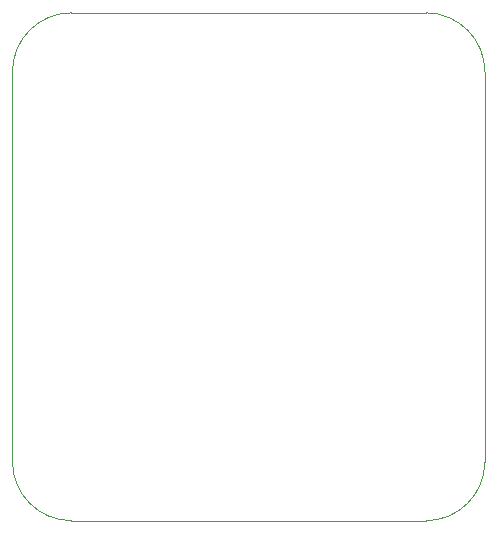
<source format=gm1>
G04 #@! TF.GenerationSoftware,KiCad,Pcbnew,(5.1.5)-3*
G04 #@! TF.CreationDate,2021-09-06T00:05:08-04:00*
G04 #@! TF.ProjectId,EPC611 LIDAR,45504336-3131-4204-9c49-4441522e6b69,rev?*
G04 #@! TF.SameCoordinates,Original*
G04 #@! TF.FileFunction,Profile,NP*
%FSLAX46Y46*%
G04 Gerber Fmt 4.6, Leading zero omitted, Abs format (unit mm)*
G04 Created by KiCad (PCBNEW (5.1.5)-3) date 2021-09-06 00:05:08*
%MOMM*%
%LPD*%
G04 APERTURE LIST*
%ADD10C,0.100000*%
G04 APERTURE END LIST*
D10*
X115000000Y-72000000D02*
G75*
G02X120000000Y-77000000I0J-5000000D01*
G01*
X120000000Y-110000000D02*
G75*
G02X115000000Y-115000000I-5000000J0D01*
G01*
X85000000Y-115000000D02*
G75*
G02X80000000Y-110000000I0J5000000D01*
G01*
X80000000Y-77000000D02*
G75*
G02X85000000Y-72000000I5000000J0D01*
G01*
X115000000Y-72000000D02*
X85000000Y-72000000D01*
X120000000Y-110000000D02*
X120000000Y-77000000D01*
X85000000Y-115000000D02*
X115000000Y-115000000D01*
X80000000Y-77000000D02*
X80000000Y-110000000D01*
M02*

</source>
